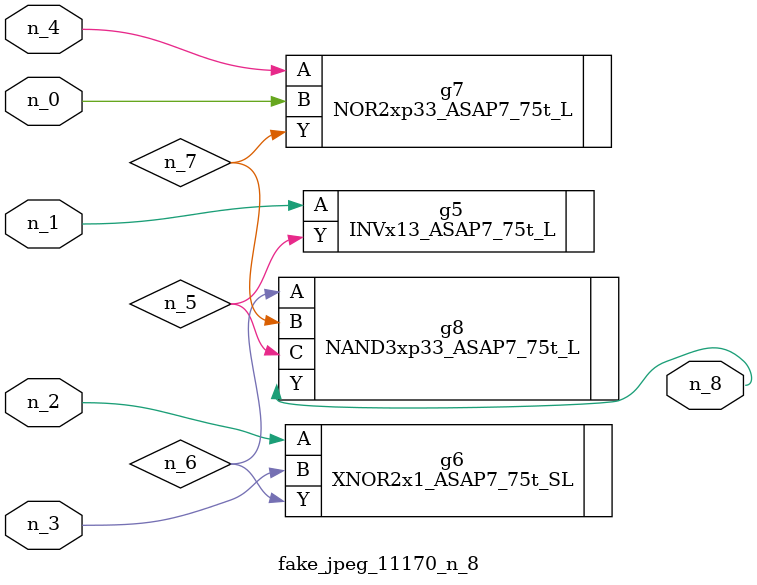
<source format=v>
module fake_jpeg_11170_n_8 (n_3, n_2, n_1, n_0, n_4, n_8);

input n_3;
input n_2;
input n_1;
input n_0;
input n_4;

output n_8;

wire n_6;
wire n_5;
wire n_7;

INVx13_ASAP7_75t_L g5 ( 
.A(n_1),
.Y(n_5)
);

XNOR2x1_ASAP7_75t_SL g6 ( 
.A(n_2),
.B(n_3),
.Y(n_6)
);

NOR2xp33_ASAP7_75t_L g7 ( 
.A(n_4),
.B(n_0),
.Y(n_7)
);

NAND3xp33_ASAP7_75t_L g8 ( 
.A(n_6),
.B(n_7),
.C(n_5),
.Y(n_8)
);


endmodule
</source>
